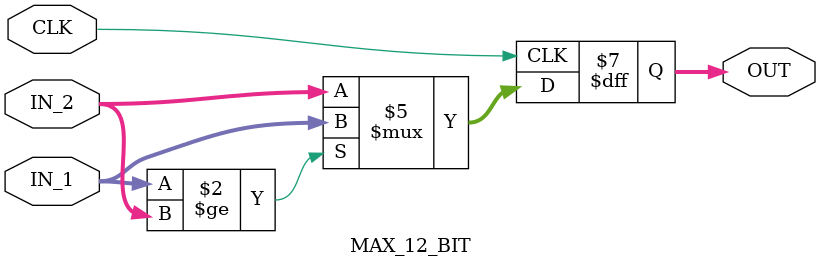
<source format=v>
module MAX_12_BIT(
	input CLK,
	input [11:0] IN_1,
	input [11:0] IN_2,
	output reg [11:0] OUT);
	//
	initial
		begin
			OUT <= 0;
		end
	//
	always @(posedge CLK)
	begin	
		if (IN_1 >= IN_2) OUT <= IN_1;
		else OUT <= IN_2;
	end
endmodule
////////////////////////////////////////////////////////////////////////////////////////////
</source>
